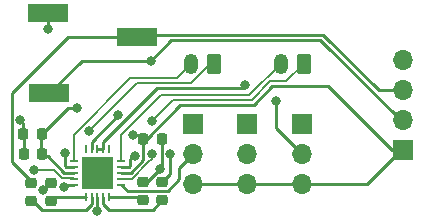
<source format=gbr>
%TF.GenerationSoftware,KiCad,Pcbnew,(6.0.0-0)*%
%TF.CreationDate,2022-08-17T15:33:53+02:00*%
%TF.ProjectId,tpa2012d2_amp_breakout,74706132-3031-4326-9432-5f616d705f62,rev?*%
%TF.SameCoordinates,Original*%
%TF.FileFunction,Copper,L1,Top*%
%TF.FilePolarity,Positive*%
%FSLAX46Y46*%
G04 Gerber Fmt 4.6, Leading zero omitted, Abs format (unit mm)*
G04 Created by KiCad (PCBNEW (6.0.0-0)) date 2022-08-17 15:33:53*
%MOMM*%
%LPD*%
G01*
G04 APERTURE LIST*
G04 Aperture macros list*
%AMRoundRect*
0 Rectangle with rounded corners*
0 $1 Rounding radius*
0 $2 $3 $4 $5 $6 $7 $8 $9 X,Y pos of 4 corners*
0 Add a 4 corners polygon primitive as box body*
4,1,4,$2,$3,$4,$5,$6,$7,$8,$9,$2,$3,0*
0 Add four circle primitives for the rounded corners*
1,1,$1+$1,$2,$3*
1,1,$1+$1,$4,$5*
1,1,$1+$1,$6,$7*
1,1,$1+$1,$8,$9*
0 Add four rect primitives between the rounded corners*
20,1,$1+$1,$2,$3,$4,$5,0*
20,1,$1+$1,$4,$5,$6,$7,0*
20,1,$1+$1,$6,$7,$8,$9,0*
20,1,$1+$1,$8,$9,$2,$3,0*%
G04 Aperture macros list end*
%TA.AperFunction,SMDPad,CuDef*%
%ADD10RoundRect,0.225000X0.225000X0.250000X-0.225000X0.250000X-0.225000X-0.250000X0.225000X-0.250000X0*%
%TD*%
%TA.AperFunction,SMDPad,CuDef*%
%ADD11RoundRect,0.225000X0.250000X-0.225000X0.250000X0.225000X-0.250000X0.225000X-0.250000X-0.225000X0*%
%TD*%
%TA.AperFunction,ComponentPad*%
%ADD12R,1.700000X1.700000*%
%TD*%
%TA.AperFunction,ComponentPad*%
%ADD13O,1.700000X1.700000*%
%TD*%
%TA.AperFunction,SMDPad,CuDef*%
%ADD14R,3.500000X1.500000*%
%TD*%
%TA.AperFunction,SMDPad,CuDef*%
%ADD15R,0.800000X0.230000*%
%TD*%
%TA.AperFunction,SMDPad,CuDef*%
%ADD16R,0.230000X0.800000*%
%TD*%
%TA.AperFunction,ComponentPad*%
%ADD17C,0.675000*%
%TD*%
%TA.AperFunction,SMDPad,CuDef*%
%ADD18R,1.350000X1.350000*%
%TD*%
%TA.AperFunction,ComponentPad*%
%ADD19RoundRect,0.250000X0.350000X0.625000X-0.350000X0.625000X-0.350000X-0.625000X0.350000X-0.625000X0*%
%TD*%
%TA.AperFunction,ComponentPad*%
%ADD20O,1.200000X1.750000*%
%TD*%
%TA.AperFunction,SMDPad,CuDef*%
%ADD21RoundRect,0.225000X-0.250000X0.225000X-0.250000X-0.225000X0.250000X-0.225000X0.250000X0.225000X0*%
%TD*%
%TA.AperFunction,ViaPad*%
%ADD22C,0.800000*%
%TD*%
%TA.AperFunction,Conductor*%
%ADD23C,0.250000*%
%TD*%
%TA.AperFunction,Conductor*%
%ADD24C,0.200000*%
%TD*%
G04 APERTURE END LIST*
D10*
%TO.P,C301,1*%
%TO.N,VDD*%
X147375000Y-92400000D03*
%TO.P,C301,2*%
%TO.N,GND*%
X145825000Y-92400000D03*
%TD*%
D11*
%TO.P,C306,1*%
%TO.N,Net-(C306-Pad1)*%
X148200000Y-98075000D03*
%TO.P,C306,2*%
%TO.N,GND*%
X148200000Y-96525000D03*
%TD*%
%TO.P,C302,1*%
%TO.N,Net-(C302-Pad1)*%
X155950000Y-98025000D03*
%TO.P,C302,2*%
%TO.N,GND*%
X155950000Y-96475000D03*
%TD*%
D12*
%TO.P,J105,1,Pin_1*%
%TO.N,GND*%
X169450000Y-91575000D03*
D13*
%TO.P,J105,2,Pin_2*%
%TO.N,SD*%
X169450000Y-94115000D03*
%TO.P,J105,3,Pin_3*%
%TO.N,VDD*%
X169450000Y-96655000D03*
%TD*%
D14*
%TO.P,J104,R*%
%TO.N,INR-*%
X155450000Y-84200000D03*
%TO.P,J104,S*%
%TO.N,GND*%
X147950000Y-82200000D03*
%TO.P,J104,T*%
%TO.N,INL-*%
X148000000Y-88950000D03*
%TD*%
D11*
%TO.P,C303,1*%
%TO.N,Net-(C303-Pad1)*%
X157550000Y-98025000D03*
%TO.P,C303,2*%
%TO.N,INL-*%
X157550000Y-96475000D03*
%TD*%
D12*
%TO.P,J107,1,Pin_1*%
%TO.N,unconnected-(J107-Pad1)*%
X160200000Y-91600000D03*
D13*
%TO.P,J107,2,Pin_2*%
%TO.N,G1*%
X160200000Y-94140000D03*
%TO.P,J107,3,Pin_3*%
%TO.N,VDD*%
X160200000Y-96680000D03*
%TD*%
D15*
%TO.P,U301,1,G1*%
%TO.N,G1*%
X154100000Y-96700000D03*
%TO.P,U301,2,OUTL+*%
%TO.N,/TPA2012D2/OUTL+*%
X154100000Y-96200000D03*
%TO.P,U301,3,PVDD*%
%TO.N,VDD*%
X154100000Y-95700000D03*
%TO.P,U301,4,PGND*%
%TO.N,GND*%
X154100000Y-95200000D03*
%TO.P,U301,5,OUTL-*%
%TO.N,/TPA2012D2/OUTL-*%
X154100000Y-94700000D03*
D16*
%TO.P,U301,6,NC*%
%TO.N,unconnected-(U301-Pad6)*%
X153100000Y-93700000D03*
%TO.P,U301,7,SDL*%
%TO.N,SD*%
X152600000Y-93700000D03*
%TO.P,U301,8,SDR*%
X152100000Y-93700000D03*
%TO.P,U301,9,AVDD*%
%TO.N,VDD*%
X151600000Y-93700000D03*
%TO.P,U301,10,NC*%
%TO.N,unconnected-(U301-Pad10)*%
X151100000Y-93700000D03*
D15*
%TO.P,U301,11,OUTR-*%
%TO.N,/TPA2012D2/OUTR-*%
X150100000Y-94700000D03*
%TO.P,U301,12,PGND*%
%TO.N,GND*%
X150100000Y-95200000D03*
%TO.P,U301,13,PVDD*%
%TO.N,VDD*%
X150100000Y-95700000D03*
%TO.P,U301,14,OUTR+*%
%TO.N,/TPA2012D2/OUTR+*%
X150100000Y-96200000D03*
%TO.P,U301,15,G0*%
%TO.N,G0*%
X150100000Y-96700000D03*
D16*
%TO.P,U301,16,INR+*%
%TO.N,Net-(C306-Pad1)*%
X151100000Y-97700000D03*
%TO.P,U301,17,INR-*%
%TO.N,Net-(C304-Pad2)*%
X151600000Y-97700000D03*
D17*
%TO.P,U301,18,AGND*%
%TO.N,GND*%
X152775000Y-95025000D03*
X152775000Y-96375000D03*
X151425000Y-96375000D03*
D18*
X151425000Y-96375000D03*
X152775000Y-96375000D03*
X152775000Y-95025000D03*
X151425000Y-95025000D03*
D17*
X151425000Y-95025000D03*
D16*
X152100000Y-97700000D03*
%TO.P,U301,19,INL-*%
%TO.N,Net-(C303-Pad1)*%
X152600000Y-97700000D03*
%TO.P,U301,20,INL+*%
%TO.N,Net-(C302-Pad1)*%
X153100000Y-97700000D03*
%TD*%
D19*
%TO.P,J102,1,Pin_1*%
%TO.N,/TPA2012D2/OUTL+*%
X169600000Y-86450000D03*
D20*
%TO.P,J102,2,Pin_2*%
%TO.N,/TPA2012D2/OUTL-*%
X167600000Y-86450000D03*
%TD*%
D19*
%TO.P,J103,1,Pin_1*%
%TO.N,/TPA2012D2/OUTR+*%
X162000000Y-86500000D03*
D20*
%TO.P,J103,2,Pin_2*%
%TO.N,/TPA2012D2/OUTR-*%
X160000000Y-86500000D03*
%TD*%
D21*
%TO.P,C304,1*%
%TO.N,INR-*%
X146500000Y-96525000D03*
%TO.P,C304,2*%
%TO.N,Net-(C304-Pad2)*%
X146500000Y-98075000D03*
%TD*%
D12*
%TO.P,J101,1,Pin_1*%
%TO.N,VDD*%
X177975000Y-93800000D03*
D13*
%TO.P,J101,2,Pin_2*%
%TO.N,INL-*%
X177975000Y-91260000D03*
%TO.P,J101,3,Pin_3*%
%TO.N,INR-*%
X177975000Y-88720000D03*
%TO.P,J101,4,Pin_4*%
%TO.N,GND*%
X177975000Y-86180000D03*
%TD*%
D10*
%TO.P,C305,1*%
%TO.N,GND*%
X157525000Y-92800000D03*
%TO.P,C305,2*%
%TO.N,VDD*%
X155975000Y-92800000D03*
%TD*%
%TO.P,C307,1*%
%TO.N,VDD*%
X147400000Y-94100000D03*
%TO.P,C307,2*%
%TO.N,GND*%
X145850000Y-94100000D03*
%TD*%
D12*
%TO.P,J106,1,Pin_1*%
%TO.N,GND*%
X164800000Y-91575000D03*
D13*
%TO.P,J106,2,Pin_2*%
%TO.N,G0*%
X164800000Y-94115000D03*
%TO.P,J106,3,Pin_3*%
%TO.N,VDD*%
X164800000Y-96655000D03*
%TD*%
D22*
%TO.N,VDD*%
X155100000Y-92500000D03*
X153850000Y-90800000D03*
X150400000Y-90175000D03*
%TO.N,GND*%
X149350000Y-94050000D03*
X147950000Y-83550000D03*
X147480686Y-97172102D03*
X145550000Y-91250000D03*
X157406400Y-95357110D03*
X152100000Y-98925000D03*
X155238138Y-94303547D03*
%TO.N,INL-*%
X156600000Y-86200000D03*
X158249500Y-94124006D03*
%TO.N,G0*%
X149266214Y-96866602D03*
%TO.N,/TPA2012D2/OUTL+*%
X156700000Y-91300000D03*
X156687139Y-94070654D03*
%TO.N,/TPA2012D2/OUTR+*%
X151417094Y-92158306D03*
X146750000Y-95450000D03*
%TO.N,SD*%
X167200000Y-89600000D03*
X164600000Y-88300000D03*
%TD*%
D23*
%TO.N,VDD*%
X150400000Y-90175000D02*
X149600000Y-90175000D01*
X147325000Y-92675000D02*
X147300000Y-92650000D01*
X169450000Y-96655000D02*
X164800000Y-96655000D01*
X160225000Y-96655000D02*
X160200000Y-96680000D01*
X155975000Y-93350000D02*
X155962638Y-93362362D01*
X151600000Y-93050000D02*
X153850000Y-90800000D01*
X166899901Y-88375499D02*
X165324910Y-89950490D01*
X174920000Y-96655000D02*
X177775000Y-93800000D01*
X171575499Y-88375499D02*
X166899901Y-88375499D01*
X147900274Y-94300000D02*
X147325000Y-94300000D01*
X155975499Y-94632368D02*
X154907867Y-95700000D01*
X151600000Y-93700000D02*
X151600000Y-93050000D01*
X155962638Y-93362362D02*
X155962638Y-94370753D01*
X149600000Y-90175000D02*
X147375000Y-92400000D01*
X154907867Y-95700000D02*
X154100000Y-95700000D01*
X155675000Y-92500000D02*
X155975000Y-92800000D01*
X165324910Y-89950490D02*
X159122372Y-89950490D01*
X177775000Y-93800000D02*
X177000000Y-93800000D01*
X155100000Y-92500000D02*
X155675000Y-92500000D01*
X159122372Y-89950490D02*
X156272862Y-92800000D01*
X147325000Y-94300000D02*
X147325000Y-92675000D01*
X150100000Y-95700000D02*
X149300274Y-95700000D01*
X169450000Y-96655000D02*
X174920000Y-96655000D01*
X164800000Y-96655000D02*
X160225000Y-96655000D01*
X155962638Y-94370753D02*
X155975499Y-94383614D01*
X155975499Y-94383614D02*
X155975499Y-94632368D01*
X149300274Y-95700000D02*
X147900274Y-94300000D01*
X177000000Y-93800000D02*
X171575499Y-88375499D01*
X156272862Y-92800000D02*
X155975000Y-92800000D01*
%TO.N,GND*%
X145850000Y-92475000D02*
X145825000Y-92450000D01*
X154850000Y-94550000D02*
X155096453Y-94303547D01*
X149350000Y-95114022D02*
X149350000Y-94050000D01*
X147950000Y-82200000D02*
X147950000Y-83550000D01*
X154850000Y-95114022D02*
X154850000Y-94550000D01*
X150100000Y-95200000D02*
X149435978Y-95200000D01*
X157525000Y-92800000D02*
X157525000Y-95238510D01*
X149435978Y-95200000D02*
X149350000Y-95114022D01*
X148200000Y-96525000D02*
X148127788Y-96525000D01*
X155950000Y-96475000D02*
X156288510Y-96475000D01*
X145825000Y-92450000D02*
X145825000Y-91525000D01*
X154764022Y-95200000D02*
X154850000Y-95114022D01*
X154100000Y-95200000D02*
X154764022Y-95200000D01*
X145850000Y-94100000D02*
X145850000Y-92475000D01*
X156288510Y-96475000D02*
X157406400Y-95357110D01*
X157525000Y-95238510D02*
X157406400Y-95357110D01*
X155096453Y-94303547D02*
X155238138Y-94303547D01*
X145825000Y-91525000D02*
X145550000Y-91250000D01*
X148127788Y-96525000D02*
X147480686Y-97172102D01*
X152100000Y-97700000D02*
X152100000Y-98925000D01*
%TO.N,Net-(C302-Pad1)*%
X155625000Y-97700000D02*
X155950000Y-98025000D01*
X153100000Y-97700000D02*
X155625000Y-97700000D01*
%TO.N,Net-(C303-Pad1)*%
X153035498Y-98799520D02*
X156775480Y-98799520D01*
X152600000Y-97700000D02*
X152600000Y-98364022D01*
X156775480Y-98799520D02*
X157550000Y-98025000D01*
X152600000Y-98364022D02*
X153035498Y-98799520D01*
%TO.N,INL-*%
X150750000Y-86200000D02*
X156600000Y-86200000D01*
X157550000Y-96475000D02*
X158249500Y-95775500D01*
X158249500Y-95775500D02*
X158249500Y-94124006D01*
X158350489Y-84449511D02*
X156600000Y-86200000D01*
X150750000Y-86200000D02*
X148000000Y-88950000D01*
X177775000Y-91260000D02*
X170964511Y-84449511D01*
X170964511Y-84449511D02*
X158350489Y-84449511D01*
%TO.N,INR-*%
X144825499Y-88975479D02*
X144825499Y-94750499D01*
X171200000Y-84000000D02*
X155650000Y-84000000D01*
X144825499Y-94750499D02*
X146600000Y-96525000D01*
X149600978Y-84200000D02*
X144825499Y-88975479D01*
X155650000Y-84000000D02*
X155450000Y-84200000D01*
X177775000Y-88720000D02*
X175920000Y-88720000D01*
X155450000Y-84200000D02*
X149600978Y-84200000D01*
X175920000Y-88720000D02*
X171200000Y-84000000D01*
%TO.N,Net-(C304-Pad2)*%
X151600000Y-98364022D02*
X151114502Y-98849520D01*
X147374520Y-98849520D02*
X146600000Y-98075000D01*
X151600000Y-97700000D02*
X151600000Y-98364022D01*
X151114502Y-98849520D02*
X147374520Y-98849520D01*
%TO.N,Net-(C306-Pad1)*%
X151100000Y-97700000D02*
X148575000Y-97700000D01*
X148575000Y-97700000D02*
X148200000Y-98075000D01*
%TO.N,G0*%
X149432816Y-96700000D02*
X149266214Y-96866602D01*
X150100000Y-96700000D02*
X149432816Y-96700000D01*
D24*
%TO.N,/TPA2012D2/OUTL+*%
X168099012Y-87950988D02*
X166724062Y-87950988D01*
X155008217Y-96200000D02*
X156404109Y-94804109D01*
X169600000Y-86450000D02*
X168099012Y-87950988D01*
X158500000Y-89500000D02*
X156700000Y-91300000D01*
X165175050Y-89500000D02*
X158500000Y-89500000D01*
X156404109Y-94795891D02*
X156687139Y-94512861D01*
X156404109Y-94804109D02*
X156404109Y-94795891D01*
X154100000Y-96200000D02*
X155008217Y-96200000D01*
X156687139Y-94512861D02*
X156687139Y-94070654D01*
X166724062Y-87950988D02*
X165175050Y-89500000D01*
%TO.N,/TPA2012D2/OUTL-*%
X157485266Y-89100489D02*
X164949511Y-89100489D01*
X154100000Y-94700000D02*
X154100000Y-92485755D01*
X154100000Y-92485755D02*
X157485266Y-89100489D01*
X164949511Y-89100489D02*
X167600000Y-86450000D01*
D23*
%TO.N,G1*%
X160200000Y-94140000D02*
X159025489Y-95314511D01*
X159025489Y-96251649D02*
X158077138Y-97200000D01*
X159025489Y-95314511D02*
X159025489Y-96251649D01*
X154100000Y-96700000D02*
X154649520Y-97249520D01*
X154649520Y-97249520D02*
X158027618Y-97249520D01*
D24*
%TO.N,/TPA2012D2/OUTR-*%
X154884202Y-87701953D02*
X150100000Y-92486155D01*
X158798047Y-87701953D02*
X154884202Y-87701953D01*
X150100000Y-92486155D02*
X150100000Y-94700000D01*
X160000000Y-86500000D02*
X158798047Y-87701953D01*
%TO.N,/TPA2012D2/OUTR+*%
X150100000Y-96200000D02*
X150024511Y-96124511D01*
X155473932Y-88101468D02*
X151417094Y-92158306D01*
X161618631Y-86500000D02*
X160017163Y-88101468D01*
X160017163Y-88101468D02*
X155473932Y-88101468D01*
X162000000Y-86500000D02*
X161618631Y-86500000D01*
X149124435Y-96124511D02*
X148449924Y-95450000D01*
X150024511Y-96124511D02*
X149124435Y-96124511D01*
X148449924Y-95450000D02*
X146750000Y-95450000D01*
D23*
%TO.N,SD*%
X157128583Y-88546017D02*
X152600000Y-93074600D01*
X169450000Y-94115000D02*
X167200000Y-91865000D01*
X164600000Y-88300000D02*
X164353983Y-88546017D01*
X167200000Y-91865000D02*
X167200000Y-89600000D01*
X152600000Y-93074600D02*
X152600000Y-93700000D01*
X152100000Y-93700000D02*
X152600000Y-93700000D01*
X164353983Y-88546017D02*
X157128583Y-88546017D01*
%TD*%
M02*

</source>
